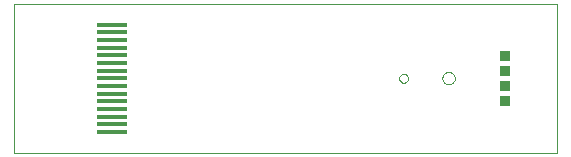
<source format=gbp>
G75*
G70*
%OFA0B0*%
%FSLAX24Y24*%
%IPPOS*%
%LPD*%
%AMOC8*
5,1,8,0,0,1.08239X$1,22.5*
%
%ADD10C,0.0000*%
%ADD11R,0.0350X0.0320*%
%ADD12R,0.1024X0.0138*%
D10*
X004510Y003328D02*
X004510Y008318D01*
X022630Y008318D01*
X022630Y003328D01*
X004510Y003328D01*
X017363Y005828D02*
X017365Y005852D01*
X017371Y005875D01*
X017380Y005897D01*
X017393Y005917D01*
X017408Y005935D01*
X017427Y005950D01*
X017448Y005962D01*
X017470Y005970D01*
X017493Y005975D01*
X017517Y005976D01*
X017541Y005973D01*
X017563Y005966D01*
X017585Y005956D01*
X017605Y005943D01*
X017622Y005926D01*
X017636Y005907D01*
X017647Y005886D01*
X017655Y005863D01*
X017659Y005840D01*
X017659Y005816D01*
X017655Y005793D01*
X017647Y005770D01*
X017636Y005749D01*
X017622Y005730D01*
X017605Y005713D01*
X017585Y005700D01*
X017563Y005690D01*
X017541Y005683D01*
X017517Y005680D01*
X017493Y005681D01*
X017470Y005686D01*
X017448Y005694D01*
X017427Y005706D01*
X017408Y005721D01*
X017393Y005739D01*
X017380Y005759D01*
X017371Y005781D01*
X017365Y005804D01*
X017363Y005828D01*
X018801Y005828D02*
X018803Y005856D01*
X018809Y005884D01*
X018818Y005910D01*
X018831Y005936D01*
X018847Y005959D01*
X018867Y005979D01*
X018889Y005997D01*
X018913Y006012D01*
X018939Y006023D01*
X018966Y006031D01*
X018994Y006035D01*
X019022Y006035D01*
X019050Y006031D01*
X019077Y006023D01*
X019103Y006012D01*
X019127Y005997D01*
X019149Y005979D01*
X019169Y005959D01*
X019185Y005936D01*
X019198Y005910D01*
X019207Y005884D01*
X019213Y005856D01*
X019215Y005828D01*
X019213Y005800D01*
X019207Y005772D01*
X019198Y005746D01*
X019185Y005720D01*
X019169Y005697D01*
X019149Y005677D01*
X019127Y005659D01*
X019103Y005644D01*
X019077Y005633D01*
X019050Y005625D01*
X019022Y005621D01*
X018994Y005621D01*
X018966Y005625D01*
X018939Y005633D01*
X018913Y005644D01*
X018889Y005659D01*
X018867Y005677D01*
X018847Y005697D01*
X018831Y005720D01*
X018818Y005746D01*
X018809Y005772D01*
X018803Y005800D01*
X018801Y005828D01*
D11*
X020885Y006078D03*
X020885Y006578D03*
X020885Y005578D03*
X020885Y005078D03*
D12*
X007791Y005060D03*
X007791Y005316D03*
X007791Y005572D03*
X007791Y005828D03*
X007791Y006083D03*
X007791Y006339D03*
X007791Y006595D03*
X007791Y006851D03*
X007791Y007107D03*
X007791Y007363D03*
X007791Y007619D03*
X007791Y004804D03*
X007791Y004548D03*
X007791Y004292D03*
X007791Y004036D03*
M02*

</source>
